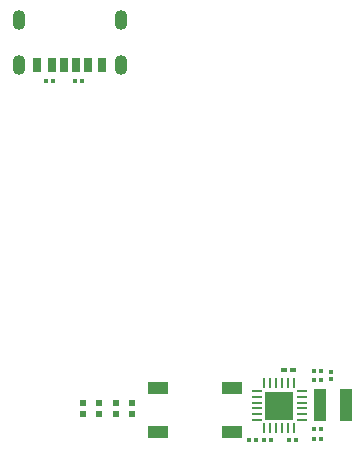
<source format=gbr>
G04*
G04 #@! TF.GenerationSoftware,Altium Limited,Altium Designer,23.10.1 (27)*
G04*
G04 Layer_Color=255*
%FSLAX44Y44*%
%MOMM*%
G71*
G04*
G04 #@! TF.SameCoordinates,EE71AB0A-04B5-4847-A965-A32D4C1E190E*
G04*
G04*
G04 #@! TF.FilePolarity,Positive*
G04*
G01*
G75*
%ADD15R,0.3000X0.3000*%
%ADD16R,0.8000X1.2000*%
%ADD17R,0.7000X1.2000*%
%ADD18R,0.7600X1.2000*%
%ADD19R,0.5000X0.4500*%
G04:AMPARAMS|DCode=20|XSize=0.55mm|YSize=0.5mm|CornerRadius=0.0625mm|HoleSize=0mm|Usage=FLASHONLY|Rotation=0.000|XOffset=0mm|YOffset=0mm|HoleType=Round|Shape=RoundedRectangle|*
%AMROUNDEDRECTD20*
21,1,0.5500,0.3750,0,0,0.0*
21,1,0.4250,0.5000,0,0,0.0*
1,1,0.1250,0.2125,-0.1875*
1,1,0.1250,-0.2125,-0.1875*
1,1,0.1250,-0.2125,0.1875*
1,1,0.1250,0.2125,0.1875*
%
%ADD20ROUNDEDRECTD20*%
%ADD21R,1.7000X1.0000*%
%ADD22R,1.0000X2.7000*%
%ADD23R,0.3000X0.3000*%
%ADD24R,2.4500X2.4500*%
%ADD25O,0.8500X0.2500*%
%ADD26O,0.2500X0.8500*%
G04:AMPARAMS|DCode=38|XSize=1.1mm|YSize=1.7mm|CornerRadius=0.55mm|HoleSize=0mm|Usage=FLASHONLY|Rotation=180.000|XOffset=0mm|YOffset=0mm|HoleType=Round|Shape=RoundedRectangle|*
%AMROUNDEDRECTD38*
21,1,1.1000,0.6000,0,0,180.0*
21,1,0.0000,1.7000,0,0,180.0*
1,1,1.1000,0.0000,0.3000*
1,1,1.1000,0.0000,0.3000*
1,1,1.1000,0.0000,-0.3000*
1,1,1.1000,0.0000,-0.3000*
%
%ADD38ROUNDEDRECTD38*%
D15*
X2090300Y309200D02*
D03*
X2084300D02*
D03*
X2059800Y308600D02*
D03*
X2065800D02*
D03*
X2286300Y5500D02*
D03*
X2292300D02*
D03*
X2286300Y14500D02*
D03*
X2292300D02*
D03*
X2265300Y4500D02*
D03*
X2271300D02*
D03*
X2244300D02*
D03*
X2250300D02*
D03*
X2237300D02*
D03*
X2231300D02*
D03*
X2286300Y55500D02*
D03*
X2292300D02*
D03*
Y63500D02*
D03*
X2286300D02*
D03*
D16*
X2052200Y322200D02*
D03*
X2107200D02*
D03*
D17*
X2084700D02*
D03*
X2074700D02*
D03*
D18*
X2094900D02*
D03*
X2064500D02*
D03*
D19*
X2269050Y64500D02*
D03*
X2261550D02*
D03*
D20*
X2090660Y26940D02*
D03*
Y36040D02*
D03*
X2118600Y26940D02*
D03*
Y36040D02*
D03*
X2104630Y26940D02*
D03*
Y36040D02*
D03*
X2132570Y26940D02*
D03*
Y36040D02*
D03*
D21*
X2154410Y11220D02*
D03*
X2217410D02*
D03*
X2154410Y49220D02*
D03*
X2217410D02*
D03*
D22*
X2291300Y34500D02*
D03*
X2313300D02*
D03*
D23*
X2301300Y62500D02*
D03*
Y56500D02*
D03*
D24*
X2257030Y34030D02*
D03*
D25*
X2276030Y46530D02*
D03*
Y41530D02*
D03*
Y36530D02*
D03*
Y31530D02*
D03*
Y26530D02*
D03*
Y21530D02*
D03*
X2238030D02*
D03*
Y26530D02*
D03*
Y31530D02*
D03*
Y36530D02*
D03*
Y41530D02*
D03*
Y46530D02*
D03*
D26*
X2269530Y15030D02*
D03*
X2264530D02*
D03*
X2259530D02*
D03*
X2254530D02*
D03*
X2249530D02*
D03*
X2244530D02*
D03*
Y53030D02*
D03*
X2249530D02*
D03*
X2254530D02*
D03*
X2259530D02*
D03*
X2264530D02*
D03*
X2269530D02*
D03*
D38*
X2036500Y322200D02*
D03*
Y360200D02*
D03*
X2122900Y322200D02*
D03*
Y360200D02*
D03*
M02*

</source>
